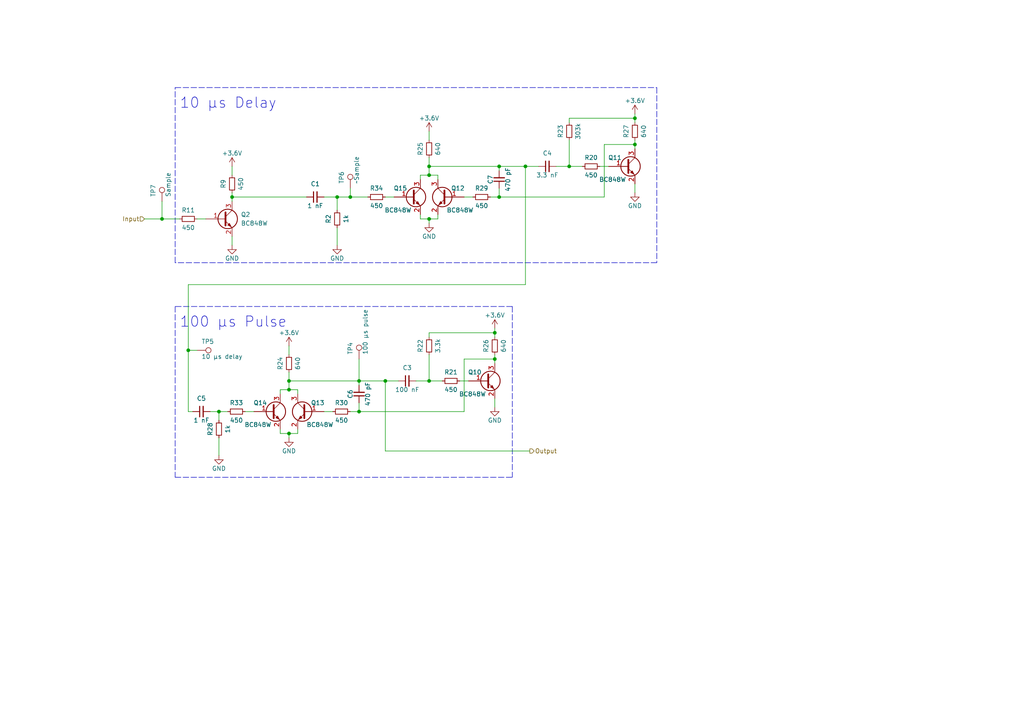
<source format=kicad_sch>
(kicad_sch (version 20211123) (generator eeschema)
  (paper "A4")
  (title_block (title "PC209 Pulse Generator") (date "2023-01-16") (rev "1.0") (company "Peter Farley") (comment 1 "Rev 1.0: Initial Design"))
  (lib_symbols
    (symbol "Connector:TestPoint" (pin_numbers hide) (pin_names (offset 0.762) hide)
      (property "Reference" "TP" (at 0 6.858 0))
      (property "Value" "TestPoint" (at 0 5.08 0))
      (symbol "TestPoint_0_1"
        (circle (center 0 3.302) (radius 0.762))
      )
      (symbol "TestPoint_1_1"
        (pin passive line (at 0 0 90) (length 2.54) (name "1") (number "1"))
      )
    )
    (symbol "Device:C_Small" (pin_numbers hide) (pin_names (offset 0.254) hide)
      (property "Reference" "C" (at 0.254 1.778 0))
      (property "Value" "C_Small" (at 0.254 -2.032 0))
      (symbol "C_Small_0_1"
        (polyline (pts (xy -1.524 -0.508) (xy 1.524 -0.508)) (stroke (width 0.3302)))
        (polyline (pts (xy -1.524 0.508) (xy 1.524 0.508)) (stroke (width 0.3048)))
      )
      (symbol "C_Small_1_1"
        (pin passive line (at 0 2.54 270) (length 2.032) (name "~") (number "1"))
        (pin passive line (at 0 -2.54 90) (length 2.032) (name "~") (number "2"))
      )
    )
    (symbol "Device:R_Small" (pin_numbers hide) (pin_names (offset 0.254) hide)
      (property "Reference" "R" (at 0.762 0.508 0))
      (property "Value" "R_Small" (at 0.762 -1.016 0))
      (symbol "R_Small_0_1"
        (rectangle (start -0.762 1.778) (end 0.762 -1.778) (stroke (width 0.2032)))
      )
      (symbol "R_Small_1_1"
        (pin passive line (at 0 2.54 270) (length 0.762) (name "~") (number "1"))
        (pin passive line (at 0 -2.54 90) (length 0.762) (name "~") (number "2"))
      )
    )
    (symbol "Transistor_BJT:BC848W" (pin_names (offset 0) hide)
      (property "Reference" "Q" (at 5.08 1.905 0))
      (property "Value" "BC848W" (at 5.08 0 0))
      (symbol "BC848W_0_1"
        (polyline (pts (xy 0.635 0.635) (xy 2.54 2.54)))
        (polyline (pts (xy 0.635 -0.635) (xy 2.54 -2.54) (xy 2.54 -2.54)))
        (polyline (pts (xy 0.635 1.905) (xy 0.635 -1.905) (xy 0.635 -1.905)) (stroke (width 0.508)))
        (polyline (pts (xy 1.27 -1.778) (xy 1.778 -1.27) (xy 2.286 -2.286) (xy 1.27 -1.778) (xy 1.27 -1.778)) (fill (type outline)))
        (circle (center 1.27 0) (radius 2.8194) (stroke (width 0.254)))
      )
      (symbol "BC848W_1_1"
        (pin input line (at -5.08 0 0) (length 5.715) (name "B") (number "1"))
        (pin passive line (at 2.54 -5.08 90) (length 2.54) (name "E") (number "2"))
        (pin passive line (at 2.54 5.08 270) (length 2.54) (name "C") (number "3"))
      )
    )
    (symbol "lib_symbols:+3.6V" (power) (pin_names (offset 0))
      (property "Value" "+3.6V" (at 0 3.556 0))
      (symbol "+3.6V_0_1"
        (polyline (pts (xy -0.762 1.27) (xy 0 2.54)))
        (polyline (pts (xy 0 0) (xy 0 2.54)))
        (polyline (pts (xy 0 2.54) (xy 0.762 1.27)))
      )
      (symbol "+3.6V_1_1"
        (pin power_in line (at 0 0 90) (length 0) hide (name "+3.6V") (number "1"))
      )
    )
    (symbol "power:GND" (power) (pin_names (offset 0))
      (property "Value" "GND" (at 0 -3.81 0))
      (symbol "GND_0_1"
        (polyline (pts (xy 0 0) (xy 0 -1.27) (xy 1.27 -1.27) (xy 0 -2.54) (xy -1.27 -1.27) (xy 0 -1.27)))
      )
      (symbol "GND_1_1"
        (pin power_in line (at 0 0 270) (length 0) hide (name "GND") (number "1"))
      )
    )
  )
  (junction (at 83.82 113.03))
  (junction (at 152.4 48.26))
  (junction (at 46.99 63.5))
  (junction (at 67.31 57.15))
  (junction (at 143.51 104.14))
  (junction (at 124.46 50.8))
  (junction (at 83.82 125.73))
  (junction (at 111.76 110.49))
  (junction (at 143.51 96.52))
  (junction (at 104.14 119.38))
  (junction (at 83.82 110.49))
  (junction (at 184.15 41.91))
  (junction (at 97.79 57.15))
  (junction (at 144.78 57.15))
  (junction (at 104.14 110.49))
  (junction (at 144.78 48.26))
  (junction (at 165.1 48.26))
  (junction (at 124.46 110.49))
  (junction (at 124.46 63.5))
  (junction (at 124.46 48.26))
  (junction (at 54.61 101.6))
  (junction (at 63.5 119.38))
  (junction (at 101.6 57.15))
  (junction (at 184.15 34.29))
  (wire (pts (xy 152.4 82.55) (xy 152.4 48.26)))
  (wire (pts (xy 81.28 125.73) (xy 83.82 125.73)))
  (wire (pts (xy 86.36 124.46) (xy 86.36 125.73)))
  (wire (pts (xy 175.26 57.15) (xy 175.26 41.91)))
  (wire (pts (xy 173.99 48.26) (xy 176.53 48.26)))
  (wire (pts (xy 127 62.23) (xy 127 63.5)))
  (wire (pts (xy 83.82 113.03) (xy 81.28 113.03)))
  (polyline (pts (xy 148.59 88.9) (xy 148.59 138.43)))
  (polyline (pts (xy 148.59 88.9) (xy 50.8 88.9)))
  (polyline (pts (xy 50.8 25.4) (xy 190.5 25.4)))
  (wire (pts (xy 144.78 57.15) (xy 144.78 54.61)))
  (wire (pts (xy 67.31 57.15) (xy 67.31 58.42)))
  (polyline (pts (xy 50.8 76.2) (xy 50.8 25.4)))
  (wire (pts (xy 46.99 63.5) (xy 52.07 63.5)))
  (wire (pts (xy 54.61 82.55) (xy 54.61 101.6)))
  (wire (pts (xy 106.68 57.15) (xy 101.6 57.15)))
  (wire (pts (xy 143.51 104.14) (xy 143.51 105.41)))
  (wire (pts (xy 111.76 110.49) (xy 115.57 110.49)))
  (wire (pts (xy 104.14 104.14) (xy 104.14 110.49)))
  (wire (pts (xy 121.92 63.5) (xy 124.46 63.5)))
  (wire (pts (xy 175.26 41.91) (xy 184.15 41.91)))
  (wire (pts (xy 165.1 48.26) (xy 168.91 48.26)))
  (wire (pts (xy 111.76 130.81) (xy 111.76 110.49)))
  (wire (pts (xy 124.46 45.72) (xy 124.46 48.26)))
  (wire (pts (xy 104.14 110.49) (xy 111.76 110.49)))
  (wire (pts (xy 111.76 57.15) (xy 114.3 57.15)))
  (wire (pts (xy 184.15 40.64) (xy 184.15 41.91)))
  (wire (pts (xy 143.51 95.25) (xy 143.51 96.52)))
  (wire (pts (xy 124.46 48.26) (xy 124.46 50.8)))
  (wire (pts (xy 86.36 113.03) (xy 83.82 113.03)))
  (wire (pts (xy 60.96 119.38) (xy 63.5 119.38)))
  (wire (pts (xy 124.46 50.8) (xy 121.92 50.8)))
  (wire (pts (xy 134.62 57.15) (xy 137.16 57.15)))
  (wire (pts (xy 54.61 82.55) (xy 152.4 82.55)))
  (wire (pts (xy 104.14 111.76) (xy 104.14 110.49)))
  (wire (pts (xy 144.78 57.15) (xy 175.26 57.15)))
  (wire (pts (xy 134.62 119.38) (xy 134.62 104.14)))
  (wire (pts (xy 63.5 119.38) (xy 63.5 121.92)))
  (wire (pts (xy 184.15 53.34) (xy 184.15 55.88)))
  (polyline (pts (xy 190.5 76.2) (xy 50.8 76.2)))
  (wire (pts (xy 161.29 48.26) (xy 165.1 48.26)))
  (wire (pts (xy 134.62 104.14) (xy 143.51 104.14)))
  (polyline (pts (xy 50.8 138.43) (xy 148.59 138.43)))
  (wire (pts (xy 127 63.5) (xy 124.46 63.5)))
  (wire (pts (xy 46.99 58.42) (xy 46.99 63.5)))
  (wire (pts (xy 127 50.8) (xy 124.46 50.8)))
  (wire (pts (xy 97.79 57.15) (xy 97.79 60.96)))
  (polyline (pts (xy 50.8 88.9) (xy 50.8 138.43)))
  (wire (pts (xy 63.5 119.38) (xy 66.04 119.38)))
  (wire (pts (xy 143.51 96.52) (xy 143.51 97.79)))
  (wire (pts (xy 184.15 34.29) (xy 184.15 35.56)))
  (wire (pts (xy 63.5 127) (xy 63.5 132.08)))
  (polyline (pts (xy 190.5 25.4) (xy 190.5 76.2)))
  (wire (pts (xy 124.46 96.52) (xy 143.51 96.52)))
  (wire (pts (xy 67.31 68.58) (xy 67.31 71.12)))
  (wire (pts (xy 93.98 57.15) (xy 97.79 57.15)))
  (wire (pts (xy 104.14 119.38) (xy 104.14 116.84)))
  (wire (pts (xy 101.6 57.15) (xy 101.6 54.61)))
  (wire (pts (xy 67.31 55.88) (xy 67.31 57.15)))
  (wire (pts (xy 83.82 110.49) (xy 104.14 110.49)))
  (wire (pts (xy 124.46 38.1) (xy 124.46 40.64)))
  (wire (pts (xy 67.31 48.26) (xy 67.31 50.8)))
  (wire (pts (xy 120.65 110.49) (xy 124.46 110.49)))
  (wire (pts (xy 143.51 115.57) (xy 143.51 118.11)))
  (wire (pts (xy 124.46 63.5) (xy 124.46 64.77)))
  (wire (pts (xy 83.82 110.49) (xy 83.82 113.03)))
  (wire (pts (xy 165.1 35.56) (xy 165.1 34.29)))
  (wire (pts (xy 124.46 102.87) (xy 124.46 110.49)))
  (wire (pts (xy 83.82 100.33) (xy 83.82 102.87)))
  (wire (pts (xy 86.36 125.73) (xy 83.82 125.73)))
  (wire (pts (xy 121.92 50.8) (xy 121.92 52.07)))
  (wire (pts (xy 144.78 48.26) (xy 152.4 48.26)))
  (wire (pts (xy 184.15 33.02) (xy 184.15 34.29)))
  (wire (pts (xy 144.78 49.53) (xy 144.78 48.26)))
  (wire (pts (xy 143.51 102.87) (xy 143.51 104.14)))
  (wire (pts (xy 124.46 97.79) (xy 124.46 96.52)))
  (wire (pts (xy 86.36 114.3) (xy 86.36 113.03)))
  (wire (pts (xy 83.82 107.95) (xy 83.82 110.49)))
  (wire (pts (xy 101.6 119.38) (xy 104.14 119.38)))
  (wire (pts (xy 142.24 57.15) (xy 144.78 57.15)))
  (wire (pts (xy 81.28 124.46) (xy 81.28 125.73)))
  (wire (pts (xy 124.46 48.26) (xy 144.78 48.26)))
  (wire (pts (xy 127 52.07) (xy 127 50.8)))
  (wire (pts (xy 97.79 57.15) (xy 101.6 57.15)))
  (wire (pts (xy 71.12 119.38) (xy 73.66 119.38)))
  (wire (pts (xy 184.15 41.91) (xy 184.15 43.18)))
  (wire (pts (xy 152.4 48.26) (xy 156.21 48.26)))
  (wire (pts (xy 153.67 130.81) (xy 111.76 130.81)))
  (wire (pts (xy 97.79 66.04) (xy 97.79 71.12)))
  (wire (pts (xy 54.61 101.6) (xy 54.61 119.38)))
  (wire (pts (xy 104.14 119.38) (xy 134.62 119.38)))
  (wire (pts (xy 55.88 119.38) (xy 54.61 119.38)))
  (wire (pts (xy 81.28 113.03) (xy 81.28 114.3)))
  (wire (pts (xy 121.92 62.23) (xy 121.92 63.5)))
  (wire (pts (xy 67.31 57.15) (xy 88.9 57.15)))
  (wire (pts (xy 124.46 110.49) (xy 128.27 110.49)))
  (wire (pts (xy 54.61 101.6) (xy 57.15 101.6)))
  (wire (pts (xy 93.98 119.38) (xy 96.52 119.38)))
  (wire (pts (xy 41.91 63.5) (xy 46.99 63.5)))
  (wire (pts (xy 57.15 63.5) (xy 59.69 63.5)))
  (wire (pts (xy 83.82 125.73) (xy 83.82 127)))
  (wire (pts (xy 133.35 110.49) (xy 135.89 110.49)))
  (wire (pts (xy 165.1 40.64) (xy 165.1 48.26)))
  (wire (pts (xy 165.1 34.29) (xy 184.15 34.29)))
  (text "10 μs Delay" (at 52.07 31.75 0) (effects (font (size 3 3)) (justify left bottom)))
  (text "100 μs Pulse" (at 52.07 95.25 0) (effects (font (size 3 3)) (justify left bottom)))
  (hierarchical_label "Output" (shape output) (at 153.67 130.81 0))
  (hierarchical_label "Input" (shape input) (at 41.91 63.5 180))
  (symbol (lib_id "Device:R_Small") (at 124.46 100.33 180) (unit 1)
    (property "Reference" "R22" (at 121.92 100.33 90))
    (property "Value" "3.3k" (at 127 100.33 90))
    (property "Footprint" "Resistor_SMD:R_0603_1608Metric" (effects hide))
  )
  (symbol (lib_id "power:GND") (at 83.82 127 0) (unit 1)
    (property "Reference" "#PWR0113" (effects hide))
    (property "Value" "GND" (at 83.82 130.81 0))
  )
  (symbol (lib_id "Device:C_Small") (at 144.78 52.07 180) (unit 1)
    (property "Reference" "C7" (at 142.24 52.07 90))
    (property "Value" "470 pF" (at 147.32 52.07 90))
    (property "Footprint" "Capacitor_SMD:C_0603_1608Metric" (effects hide))
  )
  (symbol (lib_id "Device:R_Small") (at 171.45 48.26 90) (unit 1)
    (property "Reference" "R20" (at 171.45 45.72 90))
    (property "Value" "450" (at 171.45 50.8 90))
    (property "Footprint" "Resistor_SMD:R_0603_1608Metric" (effects hide))
  )
  (symbol (lib_id "Transistor_BJT:BC848W") (at 181.61 48.26 0) (unit 1)
    (property "Reference" "Q11" (at 180.34 45.72 0) (effects (justify right)))
    (property "Value" "BC848W" (at 181.61 52.07 0) (effects (justify right)))
    (property "Footprint" "Package_TO_SOT_SMD:SOT-323_SC-70" (effects hide))
    (property "Datasheet" "http://www.infineon.com/dgdl/Infineon-BC847SERIES_BC848SERIES_BC849SERIES_BC850SERIES-DS-v01_01-en.pdf?fileId=db3a304314dca389011541d4630a1657" (effects hide))
  )
  (symbol (lib_id "lib_symbols:+3.6V") (at 124.46 38.1 0) (unit 1)
    (property "Reference" "#PWR0124" (effects hide))
    (property "Value" "+3.6V" (at 124.46 34.29 0))
  )
  (symbol (lib_id "Device:R_Small") (at 184.15 38.1 180) (unit 1)
    (property "Reference" "R27" (at 181.61 38.1 90))
    (property "Value" "640" (at 186.69 38.1 90))
    (property "Footprint" "Resistor_SMD:R_0603_1608Metric" (effects hide))
  )
  (symbol (lib_id "Device:C_Small") (at 91.44 57.15 90) (unit 1)
    (property "Reference" "C1" (at 91.44 53.34 90))
    (property "Value" "1 nF" (at 91.44 59.69 90))
    (property "Footprint" "Capacitor_SMD:C_0603_1608Metric" (effects hide))
  )
  (symbol (lib_id "Device:R_Small") (at 97.79 63.5 180) (unit 1)
    (property "Reference" "R2" (at 95.25 63.5 90))
    (property "Value" "1k" (at 100.33 63.5 90))
    (property "Footprint" "Resistor_SMD:R_0603_1608Metric" (effects hide))
  )
  (symbol (lib_id "Device:R_Small") (at 68.58 119.38 90) (unit 1)
    (property "Reference" "R33" (at 68.58 116.84 90))
    (property "Value" "450" (at 68.58 121.92 90))
    (property "Footprint" "Resistor_SMD:R_0603_1608Metric" (effects hide))
  )
  (symbol (lib_id "Transistor_BJT:BC848W") (at 88.9 119.38 0) (mirror y) (unit 1)
    (property "Reference" "Q13" (at 90.17 116.84 0) (effects (justify right)))
    (property "Value" "BC848W" (at 88.9 123.19 0) (effects (justify right)))
    (property "Footprint" "Package_TO_SOT_SMD:SOT-323_SC-70" (effects hide))
    (property "Datasheet" "http://www.infineon.com/dgdl/Infineon-BC847SERIES_BC848SERIES_BC849SERIES_BC850SERIES-DS-v01_01-en.pdf?fileId=db3a304314dca389011541d4630a1657" (effects hide))
  )
  (symbol (lib_id "Device:R_Small") (at 99.06 119.38 90) (unit 1)
    (property "Reference" "R30" (at 99.06 116.84 90))
    (property "Value" "450" (at 99.06 121.92 90))
    (property "Footprint" "Resistor_SMD:R_0603_1608Metric" (effects hide))
  )
  (symbol (lib_id "Transistor_BJT:BC848W") (at 119.38 57.15 0) (unit 1)
    (property "Reference" "Q15" (at 118.11 54.61 0) (effects (justify right)))
    (property "Value" "BC848W" (at 119.38 60.96 0) (effects (justify right)))
    (property "Footprint" "Package_TO_SOT_SMD:SOT-323_SC-70" (effects hide))
    (property "Datasheet" "http://www.infineon.com/dgdl/Infineon-BC847SERIES_BC848SERIES_BC849SERIES_BC850SERIES-DS-v01_01-en.pdf?fileId=db3a304314dca389011541d4630a1657" (effects hide))
  )
  (symbol (lib_id "Transistor_BJT:BC848W") (at 64.77 63.5 0) (unit 1)
    (property "Reference" "Q2" (at 69.85 62.2299 0) (effects (justify left)))
    (property "Value" "BC848W" (at 69.85 64.7699 0) (effects (justify left)))
    (property "Footprint" "Package_TO_SOT_SMD:SOT-323_SC-70" (effects hide))
    (property "Datasheet" "http://www.infineon.com/dgdl/Infineon-BC847SERIES_BC848SERIES_BC849SERIES_BC850SERIES-DS-v01_01-en.pdf?fileId=db3a304314dca389011541d4630a1657" (effects hide))
  )
  (symbol (lib_id "lib_symbols:+3.6V") (at 143.51 95.25 0) (unit 1)
    (property "Reference" "#PWR0111" (effects hide))
    (property "Value" "+3.6V" (at 143.51 91.44 0))
  )
  (symbol (lib_id "Device:R_Small") (at 139.7 57.15 90) (unit 1)
    (property "Reference" "R29" (at 139.7 54.61 90))
    (property "Value" "450" (at 139.7 59.69 90))
    (property "Footprint" "Resistor_SMD:R_0603_1608Metric" (effects hide))
  )
  (symbol (lib_id "power:GND") (at 184.15 55.88 0) (unit 1)
    (property "Reference" "#PWR0122" (effects hide))
    (property "Value" "GND" (at 184.15 59.69 0))
  )
  (symbol (lib_id "power:GND") (at 124.46 64.77 0) (unit 1)
    (property "Reference" "#PWR0123" (effects hide))
    (property "Value" "GND" (at 124.46 68.58 0))
  )
  (symbol (lib_id "power:GND") (at 63.5 132.08 0) (unit 1)
    (property "Reference" "#PWR0114" (effects hide))
    (property "Value" "GND" (at 63.5 135.89 0))
  )
  (symbol (lib_id "lib_symbols:+3.6V") (at 184.15 33.02 0) (unit 1)
    (property "Reference" "#PWR0121" (effects hide))
    (property "Value" "+3.6V" (at 184.15 29.21 0))
  )
  (symbol (lib_id "Connector:TestPoint") (at 46.99 58.42 0) (unit 1) (in_bom no)
    (property "Reference" "TP7" (at 44.45 57.15 90) (effects (justify left)))
    (property "Value" "Sample" (at 49.53 57.15 90) (effects (justify left bottom)))
    (property "Footprint" "TestPoint:TestPoint_THTPad_2.0x2.0mm_Drill1.0mm" (effects hide))
  )
  (symbol (lib_id "Connector:TestPoint") (at 104.14 104.14 0) (unit 1) (in_bom no)
    (property "Reference" "TP4" (at 101.6 102.87 90) (effects (justify left)))
    (property "Value" "100 μs pulse" (at 106.68 102.87 90) (effects (justify left bottom)))
    (property "Footprint" "TestPoint:TestPoint_THTPad_2.0x2.0mm_Drill1.0mm" (effects hide))
  )
  (symbol (lib_id "lib_symbols:+3.6V") (at 67.31 48.26 0) (unit 1)
    (property "Reference" "#PWR0120" (effects hide))
    (property "Value" "+3.6V" (at 67.31 44.45 0))
  )
  (symbol (lib_id "Device:R_Small") (at 143.51 100.33 180) (unit 1)
    (property "Reference" "R26" (at 140.97 100.33 90))
    (property "Value" "640" (at 146.05 100.33 90))
    (property "Footprint" "Resistor_SMD:R_0603_1608Metric" (effects hide))
  )
  (symbol (lib_id "Device:R_Small") (at 83.82 105.41 180) (unit 1)
    (property "Reference" "R24" (at 81.28 105.41 90))
    (property "Value" "640" (at 86.36 105.41 90))
    (property "Footprint" "Resistor_SMD:R_0603_1608Metric" (effects hide))
  )
  (symbol (lib_id "Device:R_Small") (at 67.31 53.34 180) (unit 1)
    (property "Reference" "R9" (at 64.77 53.34 90))
    (property "Value" "450" (at 69.85 53.34 90))
    (property "Footprint" "Resistor_SMD:R_0603_1608Metric" (effects hide))
  )
  (symbol (lib_id "power:GND") (at 97.79 71.12 0) (unit 1)
    (property "Reference" "#PWR0116" (effects hide))
    (property "Value" "GND" (at 97.79 74.93 0))
  )
  (symbol (lib_id "Device:R_Small") (at 124.46 43.18 180) (unit 1)
    (property "Reference" "R25" (at 121.92 43.18 90))
    (property "Value" "640" (at 127 43.18 90))
    (property "Footprint" "Resistor_SMD:R_0603_1608Metric" (effects hide))
  )
  (symbol (lib_id "power:GND") (at 143.51 118.11 0) (unit 1)
    (property "Reference" "#PWR0112" (effects hide))
    (property "Value" "GND" (at 143.51 121.92 0))
  )
  (symbol (lib_id "Device:R_Small") (at 109.22 57.15 90) (unit 1)
    (property "Reference" "R34" (at 109.22 54.61 90))
    (property "Value" "450" (at 109.22 59.69 90))
    (property "Footprint" "Resistor_SMD:R_0603_1608Metric" (effects hide))
  )
  (symbol (lib_id "Device:R_Small") (at 63.5 124.46 180) (unit 1)
    (property "Reference" "R28" (at 60.96 124.46 90))
    (property "Value" "1k" (at 66.04 124.46 90))
    (property "Footprint" "Resistor_SMD:R_0603_1608Metric" (effects hide))
  )
  (symbol (lib_id "Transistor_BJT:BC848W") (at 129.54 57.15 0) (mirror y) (unit 1)
    (property "Reference" "Q12" (at 130.81 54.61 0) (effects (justify right)))
    (property "Value" "BC848W" (at 129.54 60.96 0) (effects (justify right)))
    (property "Footprint" "Package_TO_SOT_SMD:SOT-323_SC-70" (effects hide))
    (property "Datasheet" "http://www.infineon.com/dgdl/Infineon-BC847SERIES_BC848SERIES_BC849SERIES_BC850SERIES-DS-v01_01-en.pdf?fileId=db3a304314dca389011541d4630a1657" (effects hide))
  )
  (symbol (lib_id "Device:R_Small") (at 165.1 38.1 180) (unit 1)
    (property "Reference" "R23" (at 162.56 38.1 90))
    (property "Value" "303k" (at 167.64 38.1 90))
    (property "Footprint" "Resistor_SMD:R_0603_1608Metric" (effects hide))
  )
  (symbol (lib_id "Connector:TestPoint") (at 101.6 54.61 0) (unit 1) (in_bom no)
    (property "Reference" "TP6" (at 99.06 53.34 90) (effects (justify left)))
    (property "Value" "~Sample" (at 104.14 53.34 90) (effects (justify left bottom)))
    (property "Footprint" "TestPoint:TestPoint_THTPad_2.0x2.0mm_Drill1.0mm" (effects hide))
  )
  (symbol (lib_id "Transistor_BJT:BC848W") (at 78.74 119.38 0) (unit 1)
    (property "Reference" "Q14" (at 77.47 116.84 0) (effects (justify right)))
    (property "Value" "BC848W" (at 78.74 123.19 0) (effects (justify right)))
    (property "Footprint" "Package_TO_SOT_SMD:SOT-323_SC-70" (effects hide))
    (property "Datasheet" "http://www.infineon.com/dgdl/Infineon-BC847SERIES_BC848SERIES_BC849SERIES_BC850SERIES-DS-v01_01-en.pdf?fileId=db3a304314dca389011541d4630a1657" (effects hide))
  )
  (symbol (lib_id "Device:R_Small") (at 130.81 110.49 90) (unit 1)
    (property "Reference" "R21" (at 130.81 107.95 90))
    (property "Value" "450" (at 130.81 113.03 90))
    (property "Footprint" "Resistor_SMD:R_0603_1608Metric" (effects hide))
  )
  (symbol (lib_id "power:GND") (at 67.31 71.12 0) (unit 1)
    (property "Reference" "#PWR0115" (effects hide))
    (property "Value" "GND" (at 67.31 74.93 0))
  )
  (symbol (lib_id "Transistor_BJT:BC848W") (at 140.97 110.49 0) (unit 1)
    (property "Reference" "Q10" (at 139.7 107.95 0) (effects (justify right)))
    (property "Value" "BC848W" (at 140.97 114.3 0) (effects (justify right)))
    (property "Footprint" "Package_TO_SOT_SMD:SOT-323_SC-70" (effects hide))
    (property "Datasheet" "http://www.infineon.com/dgdl/Infineon-BC847SERIES_BC848SERIES_BC849SERIES_BC850SERIES-DS-v01_01-en.pdf?fileId=db3a304314dca389011541d4630a1657" (effects hide))
  )
  (symbol (lib_id "Device:C_Small") (at 58.42 119.38 90) (unit 1)
    (property "Reference" "C5" (at 58.42 115.57 90))
    (property "Value" "1 nF" (at 58.42 121.92 90))
    (property "Footprint" "Capacitor_SMD:C_0603_1608Metric" (effects hide))
  )
  (symbol (lib_id "lib_symbols:+3.6V") (at 83.82 100.33 0) (unit 1)
    (property "Reference" "#PWR0110" (effects hide))
    (property "Value" "+3.6V" (at 83.82 96.52 0))
  )
  (symbol (lib_id "Device:R_Small") (at 54.61 63.5 90) (unit 1)
    (property "Reference" "R11" (at 54.61 60.96 90))
    (property "Value" "450" (at 54.61 66.04 90))
    (property "Footprint" "Resistor_SMD:R_0603_1608Metric" (effects hide))
  )
  (symbol (lib_id "Device:C_Small") (at 118.11 110.49 90) (unit 1)
    (property "Reference" "C3" (at 118.11 106.68 90))
    (property "Value" "100 nF" (at 118.11 113.03 90))
    (property "Footprint" "Capacitor_SMD:C_0603_1608Metric" (effects hide))
  )
  (symbol (lib_id "Device:C_Small") (at 158.75 48.26 90) (unit 1)
    (property "Reference" "C4" (at 158.75 44.45 90))
    (property "Value" "3.3 nF" (at 158.75 50.8 90))
    (property "Footprint" "Capacitor_SMD:C_0603_1608Metric" (effects hide))
  )
  (symbol (lib_id "Device:C_Small") (at 104.14 114.3 180) (unit 1)
    (property "Reference" "C6" (at 101.6 114.3 90))
    (property "Value" "470 pF" (at 106.68 114.3 90))
    (property "Footprint" "Capacitor_SMD:C_0603_1608Metric" (effects hide))
  )
  (symbol (lib_id "Connector:TestPoint") (at 57.15 101.6 270) (unit 1) (in_bom no)
    (property "Reference" "TP5" (at 58.42 99.06 90) (effects (justify left)))
    (property "Value" "10 μs delay" (at 58.42 104.14 90) (effects (justify left bottom)))
    (property "Footprint" "TestPoint:TestPoint_THTPad_2.0x2.0mm_Drill1.0mm" (effects hide))
  )
)
</source>
